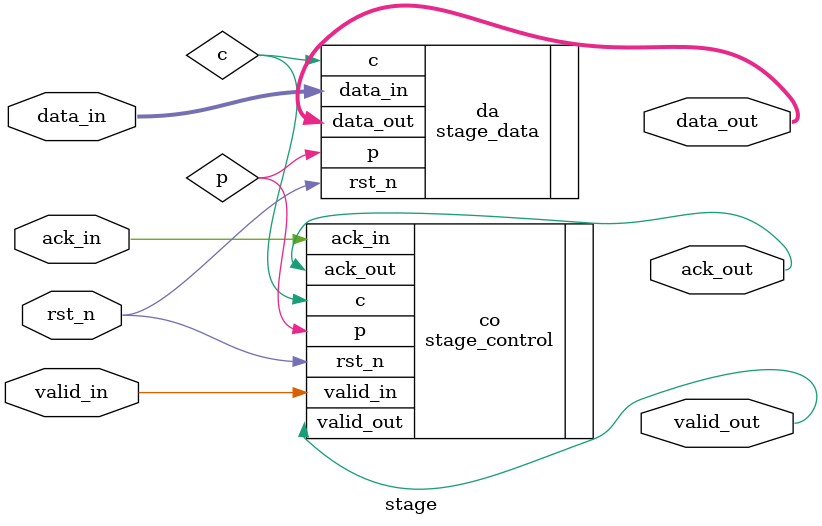
<source format=v>
`timescale 1ns / 1ps


module stage(
    rst_n,
    ack_in,
    ack_out,
    valid_in,
    valid_out,
    data_in,
    data_out
    );
    input rst_n;
    parameter DATA_WIDTH = 4;
    input ack_in;
    input valid_in;
    output valid_out;
    output ack_out;
    input [DATA_WIDTH-1:0] data_in;
    output [DATA_WIDTH-1:0] data_out;
    wire c,p;
    stage_control co(
        .rst_n(rst_n),
        .ack_in(ack_in),
        .ack_out(ack_out),
        .valid_in(valid_in),
        .valid_out(valid_out),
        .c(c),
        .p(p)
    );
    
    stage_data da(
        .rst_n(rst_n),
        .data_in(data_in),
        .data_out(data_out),
        .c(c),
        .p(p)
        );
endmodule

</source>
